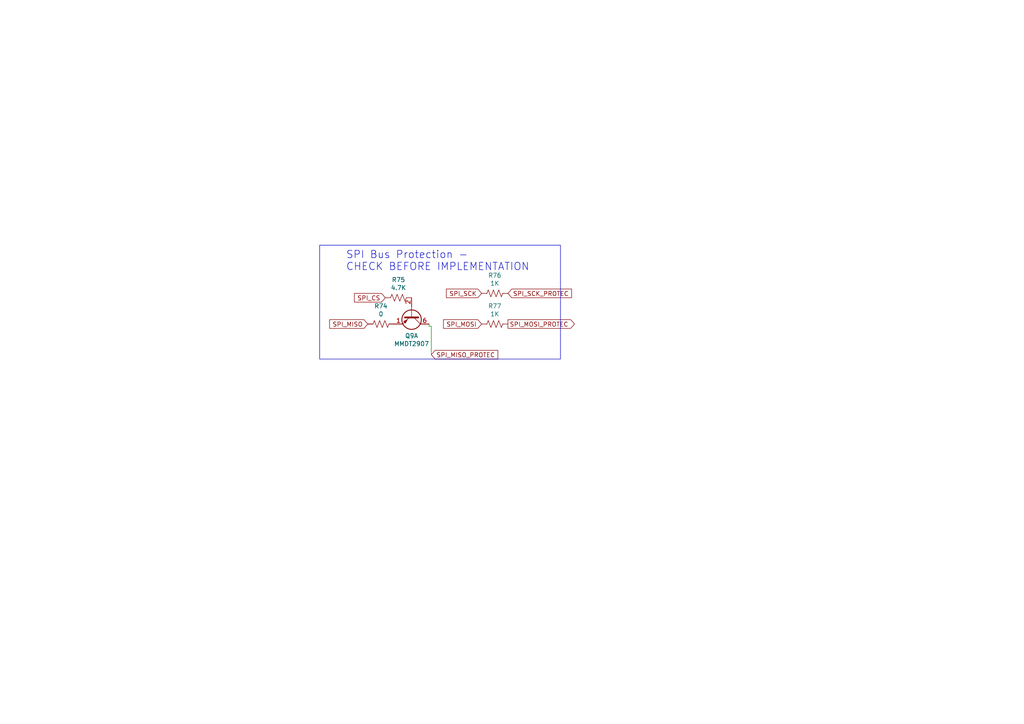
<source format=kicad_sch>
(kicad_sch (version 20231120) (generator "eeschema") (generator_version "8.0")
  (paper "A4")
  (lib_symbols
    (symbol "Device:R_US" (pin_numbers hide) (pin_names (offset 0))
      (property "Reference" "R" (at 2.54 0 90))
      (property "Value" "R_US" (at -2.54 0 90))
      (symbol "R_US_0_1"
        (polyline (pts (xy 0 -2.286) (xy 0 -2.54)))
        (polyline (pts (xy 0 2.286) (xy 0 2.54)))
        (polyline (pts (xy 0 -0.762) (xy 1.016 -1.143) (xy 0 -1.524) (xy -1.016 -1.905) (xy 0 -2.286)))
        (polyline (pts (xy 0 0.762) (xy 1.016 0.381) (xy 0 0) (xy -1.016 -0.381) (xy 0 -0.762)))
        (polyline (pts (xy 0 2.286) (xy 1.016 1.905) (xy 0 1.524) (xy -1.016 1.143) (xy 0 0.762)))
      )
      (symbol "R_US_1_1"
        (pin passive line (at 0 3.81 270) (length 1.27) (name "~") (number "1"))
        (pin passive line (at 0 -3.81 90) (length 1.27) (name "~") (number "2"))
      )
    )
    (symbol "mainboard:MMDT2907" (pin_names (offset 0) hide)
      (property "Reference" "Q" (at 5.08 1.27 0))
      (property "Value" "MMDT2907" (at 5.08 -1.27 0))
      (symbol "MMDT2907_0_1"
        (polyline (pts (xy 0.635 0) (xy -2.54 0)))
        (polyline (pts (xy 0.635 0.635) (xy 2.54 2.54)))
        (polyline (pts (xy 0.635 -0.635) (xy 2.54 -2.54) (xy 2.54 -2.54)))
        (polyline (pts (xy 0.635 1.905) (xy 0.635 -1.905) (xy 0.635 -1.905)) (stroke (width 0.508)))
        (polyline (pts (xy 2.286 -1.778) (xy 1.778 -2.286) (xy 1.27 -1.27) (xy 2.286 -1.778) (xy 2.286 -1.778)) (fill (type outline)))
        (circle (center 1.27 0) (radius 2.8194) (stroke (width 0.254)))
      )
      (symbol "MMDT2907_1_1"
        (pin passive line (at 2.54 -5.08 90) (length 2.54) (name "E1") (number "1"))
        (pin input line (at -5.08 0 0) (length 2.54) (name "B1") (number "2"))
        (pin passive line (at 2.54 5.08 270) (length 2.54) (name "C1") (number "6"))
      )
      (symbol "MMDT2907_2_1"
        (pin passive line (at 2.54 5.08 270) (length 2.54) (name "C2") (number "3"))
        (pin passive line (at 2.54 -5.08 90) (length 2.54) (name "E2") (number "4"))
        (pin input line (at -5.08 0 0) (length 2.54) (name "B2") (number "5"))
      )
    )
  )
  (wire (pts (xy 125.095 94.615) (xy 124.46 94.615)))
  (wire (pts (xy 125.095 102.87) (xy 125.095 94.615)))
  (wire (pts (xy 124.46 94.615) (xy 124.46 93.98)))
  (rectangle (start 92.71 71.12) (end 162.56 104.14))
  (text "SPI Bus Protection - \nCHECK BEFORE IMPLEMENTATION\n" (at 100.33 78.74 0) (effects (font (size 2.159 2.159)) (justify left bottom)))
  (global_label "SPI_SCK" (shape input) (at 139.7 85.09 180) (property "Intersheetrefs" "${INTERSHEET_REFS}" (effects (hide yes))))
  (global_label "SPI_SCK_PROTEC" (shape input) (at 147.32 85.09 0) (property "Intersheetrefs" "${INTERSHEET_REFS}" (effects (hide yes))))
  (global_label "SPI_MOSI_PROTEC" (shape output) (at 147.32 93.98 0) (property "Intersheetrefs" "${INTERSHEET_REFS}" (effects (hide yes))))
  (global_label "SPI_MISO_PROTEC" (shape input) (at 125.095 102.87 0) (property "Intersheetrefs" "${INTERSHEET_REFS}" (effects (hide yes))))
  (global_label "SPI_CS" (shape input) (at 111.76 86.36 180) (property "Intersheetrefs" "${INTERSHEET_REFS}" (effects (hide yes))))
  (global_label "SPI_MISO" (shape input) (at 106.68 93.98 180) (property "Intersheetrefs" "${INTERSHEET_REFS}" (effects (hide yes))))
  (global_label "SPI_MOSI" (shape input) (at 139.7 93.98 180) (property "Intersheetrefs" "${INTERSHEET_REFS}" (effects (hide yes))))
  (symbol (lib_id "Device:R_US") (at 110.49 93.98 270) (unit 1)
    (property "Reference" "R74" (at 110.49 88.773 90))
    (property "Value" "0" (at 110.49 91.0844 90))
    (property "Footprint" "Resistor_SMD:R_0603_1608Metric" (effects (hide yes)))
    (property "Description" "0 0603" (effects (hide yes)))
  )
  (symbol (lib_id "mainboard:MMDT2907") (at 119.38 91.44 270) (unit 1)
    (property "Reference" "Q9" (at 119.38 97.409 90))
    (property "Value" "MMDT2907" (at 119.38 99.7204 90))
    (property "Footprint" "Package_TO_SOT_SMD:SOT-363_SC-70-6" (effects (hide yes)))
    (property "Datasheet" "https://www.diodes.com/assets/Datasheets/MMDT2907AQ.pdf" (effects (hide yes)))
    (property "Description" "Dual PNP BJT - 2PNP" (effects (hide yes)))
    (property "Flight" "MMDT2907AQ-7-F" (effects (hide yes)))
    (property "Manufacturer_Name" "Diodes Incorporated" (effects (hide yes)))
    (property "Manufacturer_Part_Number" "MMDT2907AQ-7-F" (effects (hide yes)))
    (property "Proto" "MMDT2907A" (effects (hide yes)))
  )
  (symbol (lib_id "Device:R_US") (at 115.57 86.36 270) (unit 1)
    (property "Reference" "R75" (at 115.57 81.153 90))
    (property "Value" "4.7K" (at 115.57 83.4644 90))
    (property "Footprint" "Resistor_SMD:R_0603_1608Metric" (effects (hide yes)))
    (property "Description" "4.7K 0603" (effects (hide yes)))
  )
  (symbol (lib_id "Device:R_US") (at 143.51 93.98 90) (unit 1)
    (property "Reference" "R77" (at 143.51 88.773 90))
    (property "Value" "1K" (at 143.51 91.0844 90))
    (property "Footprint" "Resistor_SMD:R_0603_1608Metric" (effects (hide yes)))
    (property "Description" "1K 0603" (effects (hide yes)))
  )
  (symbol (lib_id "Device:R_US") (at 143.51 85.09 270) (unit 1)
    (property "Reference" "R76" (at 143.51 79.883 90))
    (property "Value" "1K" (at 143.51 82.1944 90))
    (property "Footprint" "Resistor_SMD:R_0603_1608Metric" (effects (hide yes)))
    (property "Description" "1K 0603" (effects (hide yes)))
  )
)
</source>
